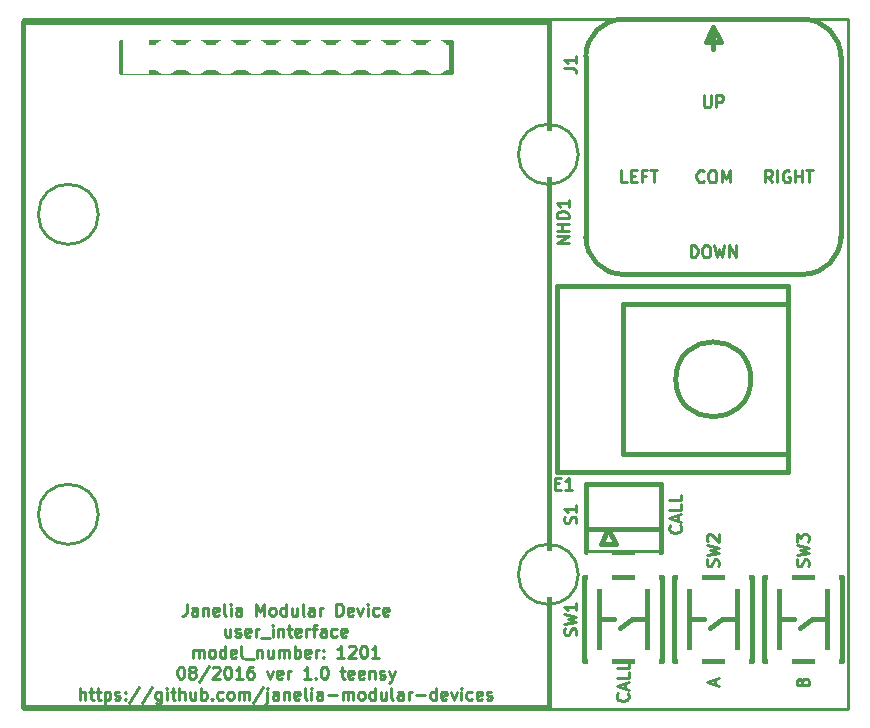
<source format=gto>
G04 #@! TF.FileFunction,Legend,Top*
%FSLAX46Y46*%
G04 Gerber Fmt 4.6, Leading zero omitted, Abs format (unit mm)*
G04 Created by KiCad (PCBNEW 4.1.0-alpha+201608211231+7083~46~ubuntu16.04.1-product) date Fri Aug 26 15:46:51 2016*
%MOMM*%
%LPD*%
G01*
G04 APERTURE LIST*
%ADD10C,0.100000*%
%ADD11C,0.254000*%
%ADD12C,0.228600*%
%ADD13C,0.381000*%
%ADD14R,2.940000X2.254200*%
%ADD15O,2.940000X2.254200*%
%ADD16C,2.940000*%
%ADD17O,2.254200X2.940000*%
%ADD18R,2.254200X2.940000*%
%ADD19C,3.956000*%
%ADD20R,1.990040X3.067000*%
%ADD21C,3.900000*%
G04 APERTURE END LIST*
D10*
D11*
X129267857Y-113338428D02*
X129316238Y-113386809D01*
X129364619Y-113531952D01*
X129364619Y-113628714D01*
X129316238Y-113773857D01*
X129219476Y-113870619D01*
X129122714Y-113919000D01*
X128929190Y-113967380D01*
X128784047Y-113967380D01*
X128590523Y-113919000D01*
X128493761Y-113870619D01*
X128397000Y-113773857D01*
X128348619Y-113628714D01*
X128348619Y-113531952D01*
X128397000Y-113386809D01*
X128445380Y-113338428D01*
X129074333Y-112951380D02*
X129074333Y-112467571D01*
X129364619Y-113048142D02*
X128348619Y-112709476D01*
X129364619Y-112370809D01*
X129364619Y-111548333D02*
X129364619Y-112032142D01*
X128348619Y-112032142D01*
X129364619Y-110725857D02*
X129364619Y-111209666D01*
X128348619Y-111209666D01*
D12*
X143510000Y-70485000D02*
X73660000Y-70485000D01*
X143510000Y-128905000D02*
X143510000Y-70485000D01*
X73660000Y-128905000D02*
X143510000Y-128905000D01*
X73660000Y-70485000D02*
X73660000Y-128905000D01*
D11*
X78467857Y-128094619D02*
X78467857Y-127078619D01*
X78903285Y-128094619D02*
X78903285Y-127562428D01*
X78854904Y-127465666D01*
X78758142Y-127417285D01*
X78613000Y-127417285D01*
X78516238Y-127465666D01*
X78467857Y-127514047D01*
X79241952Y-127417285D02*
X79629000Y-127417285D01*
X79387095Y-127078619D02*
X79387095Y-127949476D01*
X79435476Y-128046238D01*
X79532238Y-128094619D01*
X79629000Y-128094619D01*
X79822523Y-127417285D02*
X80209571Y-127417285D01*
X79967666Y-127078619D02*
X79967666Y-127949476D01*
X80016047Y-128046238D01*
X80112809Y-128094619D01*
X80209571Y-128094619D01*
X80548238Y-127417285D02*
X80548238Y-128433285D01*
X80548238Y-127465666D02*
X80645000Y-127417285D01*
X80838523Y-127417285D01*
X80935285Y-127465666D01*
X80983666Y-127514047D01*
X81032047Y-127610809D01*
X81032047Y-127901095D01*
X80983666Y-127997857D01*
X80935285Y-128046238D01*
X80838523Y-128094619D01*
X80645000Y-128094619D01*
X80548238Y-128046238D01*
X81419095Y-128046238D02*
X81515857Y-128094619D01*
X81709380Y-128094619D01*
X81806142Y-128046238D01*
X81854523Y-127949476D01*
X81854523Y-127901095D01*
X81806142Y-127804333D01*
X81709380Y-127755952D01*
X81564238Y-127755952D01*
X81467476Y-127707571D01*
X81419095Y-127610809D01*
X81419095Y-127562428D01*
X81467476Y-127465666D01*
X81564238Y-127417285D01*
X81709380Y-127417285D01*
X81806142Y-127465666D01*
X82289952Y-127997857D02*
X82338333Y-128046238D01*
X82289952Y-128094619D01*
X82241571Y-128046238D01*
X82289952Y-127997857D01*
X82289952Y-128094619D01*
X82289952Y-127465666D02*
X82338333Y-127514047D01*
X82289952Y-127562428D01*
X82241571Y-127514047D01*
X82289952Y-127465666D01*
X82289952Y-127562428D01*
X83499476Y-127030238D02*
X82628619Y-128336523D01*
X84563857Y-127030238D02*
X83693000Y-128336523D01*
X85337952Y-127417285D02*
X85337952Y-128239761D01*
X85289571Y-128336523D01*
X85241190Y-128384904D01*
X85144428Y-128433285D01*
X84999285Y-128433285D01*
X84902523Y-128384904D01*
X85337952Y-128046238D02*
X85241190Y-128094619D01*
X85047666Y-128094619D01*
X84950904Y-128046238D01*
X84902523Y-127997857D01*
X84854142Y-127901095D01*
X84854142Y-127610809D01*
X84902523Y-127514047D01*
X84950904Y-127465666D01*
X85047666Y-127417285D01*
X85241190Y-127417285D01*
X85337952Y-127465666D01*
X85821761Y-128094619D02*
X85821761Y-127417285D01*
X85821761Y-127078619D02*
X85773380Y-127127000D01*
X85821761Y-127175380D01*
X85870142Y-127127000D01*
X85821761Y-127078619D01*
X85821761Y-127175380D01*
X86160428Y-127417285D02*
X86547476Y-127417285D01*
X86305571Y-127078619D02*
X86305571Y-127949476D01*
X86353952Y-128046238D01*
X86450714Y-128094619D01*
X86547476Y-128094619D01*
X86886142Y-128094619D02*
X86886142Y-127078619D01*
X87321571Y-128094619D02*
X87321571Y-127562428D01*
X87273190Y-127465666D01*
X87176428Y-127417285D01*
X87031285Y-127417285D01*
X86934523Y-127465666D01*
X86886142Y-127514047D01*
X88240809Y-127417285D02*
X88240809Y-128094619D01*
X87805380Y-127417285D02*
X87805380Y-127949476D01*
X87853761Y-128046238D01*
X87950523Y-128094619D01*
X88095666Y-128094619D01*
X88192428Y-128046238D01*
X88240809Y-127997857D01*
X88724619Y-128094619D02*
X88724619Y-127078619D01*
X88724619Y-127465666D02*
X88821380Y-127417285D01*
X89014904Y-127417285D01*
X89111666Y-127465666D01*
X89160047Y-127514047D01*
X89208428Y-127610809D01*
X89208428Y-127901095D01*
X89160047Y-127997857D01*
X89111666Y-128046238D01*
X89014904Y-128094619D01*
X88821380Y-128094619D01*
X88724619Y-128046238D01*
X89643857Y-127997857D02*
X89692238Y-128046238D01*
X89643857Y-128094619D01*
X89595476Y-128046238D01*
X89643857Y-127997857D01*
X89643857Y-128094619D01*
X90563095Y-128046238D02*
X90466333Y-128094619D01*
X90272809Y-128094619D01*
X90176047Y-128046238D01*
X90127666Y-127997857D01*
X90079285Y-127901095D01*
X90079285Y-127610809D01*
X90127666Y-127514047D01*
X90176047Y-127465666D01*
X90272809Y-127417285D01*
X90466333Y-127417285D01*
X90563095Y-127465666D01*
X91143666Y-128094619D02*
X91046904Y-128046238D01*
X90998523Y-127997857D01*
X90950142Y-127901095D01*
X90950142Y-127610809D01*
X90998523Y-127514047D01*
X91046904Y-127465666D01*
X91143666Y-127417285D01*
X91288809Y-127417285D01*
X91385571Y-127465666D01*
X91433952Y-127514047D01*
X91482333Y-127610809D01*
X91482333Y-127901095D01*
X91433952Y-127997857D01*
X91385571Y-128046238D01*
X91288809Y-128094619D01*
X91143666Y-128094619D01*
X91917761Y-128094619D02*
X91917761Y-127417285D01*
X91917761Y-127514047D02*
X91966142Y-127465666D01*
X92062904Y-127417285D01*
X92208047Y-127417285D01*
X92304809Y-127465666D01*
X92353190Y-127562428D01*
X92353190Y-128094619D01*
X92353190Y-127562428D02*
X92401571Y-127465666D01*
X92498333Y-127417285D01*
X92643476Y-127417285D01*
X92740238Y-127465666D01*
X92788619Y-127562428D01*
X92788619Y-128094619D01*
X93998142Y-127030238D02*
X93127285Y-128336523D01*
X94336809Y-127417285D02*
X94336809Y-128288142D01*
X94288428Y-128384904D01*
X94191666Y-128433285D01*
X94143285Y-128433285D01*
X94336809Y-127078619D02*
X94288428Y-127127000D01*
X94336809Y-127175380D01*
X94385190Y-127127000D01*
X94336809Y-127078619D01*
X94336809Y-127175380D01*
X95256047Y-128094619D02*
X95256047Y-127562428D01*
X95207666Y-127465666D01*
X95110904Y-127417285D01*
X94917380Y-127417285D01*
X94820619Y-127465666D01*
X95256047Y-128046238D02*
X95159285Y-128094619D01*
X94917380Y-128094619D01*
X94820619Y-128046238D01*
X94772238Y-127949476D01*
X94772238Y-127852714D01*
X94820619Y-127755952D01*
X94917380Y-127707571D01*
X95159285Y-127707571D01*
X95256047Y-127659190D01*
X95739857Y-127417285D02*
X95739857Y-128094619D01*
X95739857Y-127514047D02*
X95788238Y-127465666D01*
X95885000Y-127417285D01*
X96030142Y-127417285D01*
X96126904Y-127465666D01*
X96175285Y-127562428D01*
X96175285Y-128094619D01*
X97046142Y-128046238D02*
X96949380Y-128094619D01*
X96755857Y-128094619D01*
X96659095Y-128046238D01*
X96610714Y-127949476D01*
X96610714Y-127562428D01*
X96659095Y-127465666D01*
X96755857Y-127417285D01*
X96949380Y-127417285D01*
X97046142Y-127465666D01*
X97094523Y-127562428D01*
X97094523Y-127659190D01*
X96610714Y-127755952D01*
X97675095Y-128094619D02*
X97578333Y-128046238D01*
X97529952Y-127949476D01*
X97529952Y-127078619D01*
X98062142Y-128094619D02*
X98062142Y-127417285D01*
X98062142Y-127078619D02*
X98013761Y-127127000D01*
X98062142Y-127175380D01*
X98110523Y-127127000D01*
X98062142Y-127078619D01*
X98062142Y-127175380D01*
X98981380Y-128094619D02*
X98981380Y-127562428D01*
X98933000Y-127465666D01*
X98836238Y-127417285D01*
X98642714Y-127417285D01*
X98545952Y-127465666D01*
X98981380Y-128046238D02*
X98884619Y-128094619D01*
X98642714Y-128094619D01*
X98545952Y-128046238D01*
X98497571Y-127949476D01*
X98497571Y-127852714D01*
X98545952Y-127755952D01*
X98642714Y-127707571D01*
X98884619Y-127707571D01*
X98981380Y-127659190D01*
X99465190Y-127707571D02*
X100239285Y-127707571D01*
X100723095Y-128094619D02*
X100723095Y-127417285D01*
X100723095Y-127514047D02*
X100771476Y-127465666D01*
X100868238Y-127417285D01*
X101013380Y-127417285D01*
X101110142Y-127465666D01*
X101158523Y-127562428D01*
X101158523Y-128094619D01*
X101158523Y-127562428D02*
X101206904Y-127465666D01*
X101303666Y-127417285D01*
X101448809Y-127417285D01*
X101545571Y-127465666D01*
X101593952Y-127562428D01*
X101593952Y-128094619D01*
X102222904Y-128094619D02*
X102126142Y-128046238D01*
X102077761Y-127997857D01*
X102029380Y-127901095D01*
X102029380Y-127610809D01*
X102077761Y-127514047D01*
X102126142Y-127465666D01*
X102222904Y-127417285D01*
X102368047Y-127417285D01*
X102464809Y-127465666D01*
X102513190Y-127514047D01*
X102561571Y-127610809D01*
X102561571Y-127901095D01*
X102513190Y-127997857D01*
X102464809Y-128046238D01*
X102368047Y-128094619D01*
X102222904Y-128094619D01*
X103432428Y-128094619D02*
X103432428Y-127078619D01*
X103432428Y-128046238D02*
X103335666Y-128094619D01*
X103142142Y-128094619D01*
X103045380Y-128046238D01*
X102997000Y-127997857D01*
X102948619Y-127901095D01*
X102948619Y-127610809D01*
X102997000Y-127514047D01*
X103045380Y-127465666D01*
X103142142Y-127417285D01*
X103335666Y-127417285D01*
X103432428Y-127465666D01*
X104351666Y-127417285D02*
X104351666Y-128094619D01*
X103916238Y-127417285D02*
X103916238Y-127949476D01*
X103964619Y-128046238D01*
X104061380Y-128094619D01*
X104206523Y-128094619D01*
X104303285Y-128046238D01*
X104351666Y-127997857D01*
X104980619Y-128094619D02*
X104883857Y-128046238D01*
X104835476Y-127949476D01*
X104835476Y-127078619D01*
X105803095Y-128094619D02*
X105803095Y-127562428D01*
X105754714Y-127465666D01*
X105657952Y-127417285D01*
X105464428Y-127417285D01*
X105367666Y-127465666D01*
X105803095Y-128046238D02*
X105706333Y-128094619D01*
X105464428Y-128094619D01*
X105367666Y-128046238D01*
X105319285Y-127949476D01*
X105319285Y-127852714D01*
X105367666Y-127755952D01*
X105464428Y-127707571D01*
X105706333Y-127707571D01*
X105803095Y-127659190D01*
X106286904Y-128094619D02*
X106286904Y-127417285D01*
X106286904Y-127610809D02*
X106335285Y-127514047D01*
X106383666Y-127465666D01*
X106480428Y-127417285D01*
X106577190Y-127417285D01*
X106915857Y-127707571D02*
X107689952Y-127707571D01*
X108609190Y-128094619D02*
X108609190Y-127078619D01*
X108609190Y-128046238D02*
X108512428Y-128094619D01*
X108318904Y-128094619D01*
X108222142Y-128046238D01*
X108173761Y-127997857D01*
X108125380Y-127901095D01*
X108125380Y-127610809D01*
X108173761Y-127514047D01*
X108222142Y-127465666D01*
X108318904Y-127417285D01*
X108512428Y-127417285D01*
X108609190Y-127465666D01*
X109480047Y-128046238D02*
X109383285Y-128094619D01*
X109189761Y-128094619D01*
X109093000Y-128046238D01*
X109044619Y-127949476D01*
X109044619Y-127562428D01*
X109093000Y-127465666D01*
X109189761Y-127417285D01*
X109383285Y-127417285D01*
X109480047Y-127465666D01*
X109528428Y-127562428D01*
X109528428Y-127659190D01*
X109044619Y-127755952D01*
X109867095Y-127417285D02*
X110109000Y-128094619D01*
X110350904Y-127417285D01*
X110737952Y-128094619D02*
X110737952Y-127417285D01*
X110737952Y-127078619D02*
X110689571Y-127127000D01*
X110737952Y-127175380D01*
X110786333Y-127127000D01*
X110737952Y-127078619D01*
X110737952Y-127175380D01*
X111657190Y-128046238D02*
X111560428Y-128094619D01*
X111366904Y-128094619D01*
X111270142Y-128046238D01*
X111221761Y-127997857D01*
X111173380Y-127901095D01*
X111173380Y-127610809D01*
X111221761Y-127514047D01*
X111270142Y-127465666D01*
X111366904Y-127417285D01*
X111560428Y-127417285D01*
X111657190Y-127465666D01*
X112479666Y-128046238D02*
X112382904Y-128094619D01*
X112189380Y-128094619D01*
X112092619Y-128046238D01*
X112044238Y-127949476D01*
X112044238Y-127562428D01*
X112092619Y-127465666D01*
X112189380Y-127417285D01*
X112382904Y-127417285D01*
X112479666Y-127465666D01*
X112528047Y-127562428D01*
X112528047Y-127659190D01*
X112044238Y-127755952D01*
X112915095Y-128046238D02*
X113011857Y-128094619D01*
X113205380Y-128094619D01*
X113302142Y-128046238D01*
X113350523Y-127949476D01*
X113350523Y-127901095D01*
X113302142Y-127804333D01*
X113205380Y-127755952D01*
X113060238Y-127755952D01*
X112963476Y-127707571D01*
X112915095Y-127610809D01*
X112915095Y-127562428D01*
X112963476Y-127465666D01*
X113060238Y-127417285D01*
X113205380Y-127417285D01*
X113302142Y-127465666D01*
X87490904Y-119966619D02*
X87490904Y-120692333D01*
X87442523Y-120837476D01*
X87345761Y-120934238D01*
X87200619Y-120982619D01*
X87103857Y-120982619D01*
X88410142Y-120982619D02*
X88410142Y-120450428D01*
X88361761Y-120353666D01*
X88265000Y-120305285D01*
X88071476Y-120305285D01*
X87974714Y-120353666D01*
X88410142Y-120934238D02*
X88313380Y-120982619D01*
X88071476Y-120982619D01*
X87974714Y-120934238D01*
X87926333Y-120837476D01*
X87926333Y-120740714D01*
X87974714Y-120643952D01*
X88071476Y-120595571D01*
X88313380Y-120595571D01*
X88410142Y-120547190D01*
X88893952Y-120305285D02*
X88893952Y-120982619D01*
X88893952Y-120402047D02*
X88942333Y-120353666D01*
X89039095Y-120305285D01*
X89184238Y-120305285D01*
X89281000Y-120353666D01*
X89329380Y-120450428D01*
X89329380Y-120982619D01*
X90200238Y-120934238D02*
X90103476Y-120982619D01*
X89909952Y-120982619D01*
X89813190Y-120934238D01*
X89764809Y-120837476D01*
X89764809Y-120450428D01*
X89813190Y-120353666D01*
X89909952Y-120305285D01*
X90103476Y-120305285D01*
X90200238Y-120353666D01*
X90248619Y-120450428D01*
X90248619Y-120547190D01*
X89764809Y-120643952D01*
X90829190Y-120982619D02*
X90732428Y-120934238D01*
X90684047Y-120837476D01*
X90684047Y-119966619D01*
X91216238Y-120982619D02*
X91216238Y-120305285D01*
X91216238Y-119966619D02*
X91167857Y-120015000D01*
X91216238Y-120063380D01*
X91264619Y-120015000D01*
X91216238Y-119966619D01*
X91216238Y-120063380D01*
X92135476Y-120982619D02*
X92135476Y-120450428D01*
X92087095Y-120353666D01*
X91990333Y-120305285D01*
X91796809Y-120305285D01*
X91700047Y-120353666D01*
X92135476Y-120934238D02*
X92038714Y-120982619D01*
X91796809Y-120982619D01*
X91700047Y-120934238D01*
X91651666Y-120837476D01*
X91651666Y-120740714D01*
X91700047Y-120643952D01*
X91796809Y-120595571D01*
X92038714Y-120595571D01*
X92135476Y-120547190D01*
X93393380Y-120982619D02*
X93393380Y-119966619D01*
X93732047Y-120692333D01*
X94070714Y-119966619D01*
X94070714Y-120982619D01*
X94699666Y-120982619D02*
X94602904Y-120934238D01*
X94554523Y-120885857D01*
X94506142Y-120789095D01*
X94506142Y-120498809D01*
X94554523Y-120402047D01*
X94602904Y-120353666D01*
X94699666Y-120305285D01*
X94844809Y-120305285D01*
X94941571Y-120353666D01*
X94989952Y-120402047D01*
X95038333Y-120498809D01*
X95038333Y-120789095D01*
X94989952Y-120885857D01*
X94941571Y-120934238D01*
X94844809Y-120982619D01*
X94699666Y-120982619D01*
X95909190Y-120982619D02*
X95909190Y-119966619D01*
X95909190Y-120934238D02*
X95812428Y-120982619D01*
X95618904Y-120982619D01*
X95522142Y-120934238D01*
X95473761Y-120885857D01*
X95425380Y-120789095D01*
X95425380Y-120498809D01*
X95473761Y-120402047D01*
X95522142Y-120353666D01*
X95618904Y-120305285D01*
X95812428Y-120305285D01*
X95909190Y-120353666D01*
X96828428Y-120305285D02*
X96828428Y-120982619D01*
X96393000Y-120305285D02*
X96393000Y-120837476D01*
X96441380Y-120934238D01*
X96538142Y-120982619D01*
X96683285Y-120982619D01*
X96780047Y-120934238D01*
X96828428Y-120885857D01*
X97457380Y-120982619D02*
X97360619Y-120934238D01*
X97312238Y-120837476D01*
X97312238Y-119966619D01*
X98279857Y-120982619D02*
X98279857Y-120450428D01*
X98231476Y-120353666D01*
X98134714Y-120305285D01*
X97941190Y-120305285D01*
X97844428Y-120353666D01*
X98279857Y-120934238D02*
X98183095Y-120982619D01*
X97941190Y-120982619D01*
X97844428Y-120934238D01*
X97796047Y-120837476D01*
X97796047Y-120740714D01*
X97844428Y-120643952D01*
X97941190Y-120595571D01*
X98183095Y-120595571D01*
X98279857Y-120547190D01*
X98763666Y-120982619D02*
X98763666Y-120305285D01*
X98763666Y-120498809D02*
X98812047Y-120402047D01*
X98860428Y-120353666D01*
X98957190Y-120305285D01*
X99053952Y-120305285D01*
X100166714Y-120982619D02*
X100166714Y-119966619D01*
X100408619Y-119966619D01*
X100553761Y-120015000D01*
X100650523Y-120111761D01*
X100698904Y-120208523D01*
X100747285Y-120402047D01*
X100747285Y-120547190D01*
X100698904Y-120740714D01*
X100650523Y-120837476D01*
X100553761Y-120934238D01*
X100408619Y-120982619D01*
X100166714Y-120982619D01*
X101569761Y-120934238D02*
X101473000Y-120982619D01*
X101279476Y-120982619D01*
X101182714Y-120934238D01*
X101134333Y-120837476D01*
X101134333Y-120450428D01*
X101182714Y-120353666D01*
X101279476Y-120305285D01*
X101473000Y-120305285D01*
X101569761Y-120353666D01*
X101618142Y-120450428D01*
X101618142Y-120547190D01*
X101134333Y-120643952D01*
X101956809Y-120305285D02*
X102198714Y-120982619D01*
X102440619Y-120305285D01*
X102827666Y-120982619D02*
X102827666Y-120305285D01*
X102827666Y-119966619D02*
X102779285Y-120015000D01*
X102827666Y-120063380D01*
X102876047Y-120015000D01*
X102827666Y-119966619D01*
X102827666Y-120063380D01*
X103746904Y-120934238D02*
X103650142Y-120982619D01*
X103456619Y-120982619D01*
X103359857Y-120934238D01*
X103311476Y-120885857D01*
X103263095Y-120789095D01*
X103263095Y-120498809D01*
X103311476Y-120402047D01*
X103359857Y-120353666D01*
X103456619Y-120305285D01*
X103650142Y-120305285D01*
X103746904Y-120353666D01*
X104569380Y-120934238D02*
X104472619Y-120982619D01*
X104279095Y-120982619D01*
X104182333Y-120934238D01*
X104133952Y-120837476D01*
X104133952Y-120450428D01*
X104182333Y-120353666D01*
X104279095Y-120305285D01*
X104472619Y-120305285D01*
X104569380Y-120353666D01*
X104617761Y-120450428D01*
X104617761Y-120547190D01*
X104133952Y-120643952D01*
X91192047Y-122083285D02*
X91192047Y-122760619D01*
X90756619Y-122083285D02*
X90756619Y-122615476D01*
X90805000Y-122712238D01*
X90901761Y-122760619D01*
X91046904Y-122760619D01*
X91143666Y-122712238D01*
X91192047Y-122663857D01*
X91627476Y-122712238D02*
X91724238Y-122760619D01*
X91917761Y-122760619D01*
X92014523Y-122712238D01*
X92062904Y-122615476D01*
X92062904Y-122567095D01*
X92014523Y-122470333D01*
X91917761Y-122421952D01*
X91772619Y-122421952D01*
X91675857Y-122373571D01*
X91627476Y-122276809D01*
X91627476Y-122228428D01*
X91675857Y-122131666D01*
X91772619Y-122083285D01*
X91917761Y-122083285D01*
X92014523Y-122131666D01*
X92885380Y-122712238D02*
X92788619Y-122760619D01*
X92595095Y-122760619D01*
X92498333Y-122712238D01*
X92449952Y-122615476D01*
X92449952Y-122228428D01*
X92498333Y-122131666D01*
X92595095Y-122083285D01*
X92788619Y-122083285D01*
X92885380Y-122131666D01*
X92933761Y-122228428D01*
X92933761Y-122325190D01*
X92449952Y-122421952D01*
X93369190Y-122760619D02*
X93369190Y-122083285D01*
X93369190Y-122276809D02*
X93417571Y-122180047D01*
X93465952Y-122131666D01*
X93562714Y-122083285D01*
X93659476Y-122083285D01*
X93756238Y-122857380D02*
X94530333Y-122857380D01*
X94772238Y-122760619D02*
X94772238Y-122083285D01*
X94772238Y-121744619D02*
X94723857Y-121793000D01*
X94772238Y-121841380D01*
X94820619Y-121793000D01*
X94772238Y-121744619D01*
X94772238Y-121841380D01*
X95256047Y-122083285D02*
X95256047Y-122760619D01*
X95256047Y-122180047D02*
X95304428Y-122131666D01*
X95401190Y-122083285D01*
X95546333Y-122083285D01*
X95643095Y-122131666D01*
X95691476Y-122228428D01*
X95691476Y-122760619D01*
X96030142Y-122083285D02*
X96417190Y-122083285D01*
X96175285Y-121744619D02*
X96175285Y-122615476D01*
X96223666Y-122712238D01*
X96320428Y-122760619D01*
X96417190Y-122760619D01*
X97142904Y-122712238D02*
X97046142Y-122760619D01*
X96852619Y-122760619D01*
X96755857Y-122712238D01*
X96707476Y-122615476D01*
X96707476Y-122228428D01*
X96755857Y-122131666D01*
X96852619Y-122083285D01*
X97046142Y-122083285D01*
X97142904Y-122131666D01*
X97191285Y-122228428D01*
X97191285Y-122325190D01*
X96707476Y-122421952D01*
X97626714Y-122760619D02*
X97626714Y-122083285D01*
X97626714Y-122276809D02*
X97675095Y-122180047D01*
X97723476Y-122131666D01*
X97820238Y-122083285D01*
X97917000Y-122083285D01*
X98110523Y-122083285D02*
X98497571Y-122083285D01*
X98255666Y-122760619D02*
X98255666Y-121889761D01*
X98304047Y-121793000D01*
X98400809Y-121744619D01*
X98497571Y-121744619D01*
X99271666Y-122760619D02*
X99271666Y-122228428D01*
X99223285Y-122131666D01*
X99126523Y-122083285D01*
X98933000Y-122083285D01*
X98836238Y-122131666D01*
X99271666Y-122712238D02*
X99174904Y-122760619D01*
X98933000Y-122760619D01*
X98836238Y-122712238D01*
X98787857Y-122615476D01*
X98787857Y-122518714D01*
X98836238Y-122421952D01*
X98933000Y-122373571D01*
X99174904Y-122373571D01*
X99271666Y-122325190D01*
X100190904Y-122712238D02*
X100094142Y-122760619D01*
X99900619Y-122760619D01*
X99803857Y-122712238D01*
X99755476Y-122663857D01*
X99707095Y-122567095D01*
X99707095Y-122276809D01*
X99755476Y-122180047D01*
X99803857Y-122131666D01*
X99900619Y-122083285D01*
X100094142Y-122083285D01*
X100190904Y-122131666D01*
X101013380Y-122712238D02*
X100916619Y-122760619D01*
X100723095Y-122760619D01*
X100626333Y-122712238D01*
X100577952Y-122615476D01*
X100577952Y-122228428D01*
X100626333Y-122131666D01*
X100723095Y-122083285D01*
X100916619Y-122083285D01*
X101013380Y-122131666D01*
X101061761Y-122228428D01*
X101061761Y-122325190D01*
X100577952Y-122421952D01*
X88071476Y-124538619D02*
X88071476Y-123861285D01*
X88071476Y-123958047D02*
X88119857Y-123909666D01*
X88216619Y-123861285D01*
X88361761Y-123861285D01*
X88458523Y-123909666D01*
X88506904Y-124006428D01*
X88506904Y-124538619D01*
X88506904Y-124006428D02*
X88555285Y-123909666D01*
X88652047Y-123861285D01*
X88797190Y-123861285D01*
X88893952Y-123909666D01*
X88942333Y-124006428D01*
X88942333Y-124538619D01*
X89571285Y-124538619D02*
X89474523Y-124490238D01*
X89426142Y-124441857D01*
X89377761Y-124345095D01*
X89377761Y-124054809D01*
X89426142Y-123958047D01*
X89474523Y-123909666D01*
X89571285Y-123861285D01*
X89716428Y-123861285D01*
X89813190Y-123909666D01*
X89861571Y-123958047D01*
X89909952Y-124054809D01*
X89909952Y-124345095D01*
X89861571Y-124441857D01*
X89813190Y-124490238D01*
X89716428Y-124538619D01*
X89571285Y-124538619D01*
X90780809Y-124538619D02*
X90780809Y-123522619D01*
X90780809Y-124490238D02*
X90684047Y-124538619D01*
X90490523Y-124538619D01*
X90393761Y-124490238D01*
X90345380Y-124441857D01*
X90297000Y-124345095D01*
X90297000Y-124054809D01*
X90345380Y-123958047D01*
X90393761Y-123909666D01*
X90490523Y-123861285D01*
X90684047Y-123861285D01*
X90780809Y-123909666D01*
X91651666Y-124490238D02*
X91554904Y-124538619D01*
X91361380Y-124538619D01*
X91264619Y-124490238D01*
X91216238Y-124393476D01*
X91216238Y-124006428D01*
X91264619Y-123909666D01*
X91361380Y-123861285D01*
X91554904Y-123861285D01*
X91651666Y-123909666D01*
X91700047Y-124006428D01*
X91700047Y-124103190D01*
X91216238Y-124199952D01*
X92280619Y-124538619D02*
X92183857Y-124490238D01*
X92135476Y-124393476D01*
X92135476Y-123522619D01*
X92425761Y-124635380D02*
X93199857Y-124635380D01*
X93441761Y-123861285D02*
X93441761Y-124538619D01*
X93441761Y-123958047D02*
X93490142Y-123909666D01*
X93586904Y-123861285D01*
X93732047Y-123861285D01*
X93828809Y-123909666D01*
X93877190Y-124006428D01*
X93877190Y-124538619D01*
X94796428Y-123861285D02*
X94796428Y-124538619D01*
X94361000Y-123861285D02*
X94361000Y-124393476D01*
X94409380Y-124490238D01*
X94506142Y-124538619D01*
X94651285Y-124538619D01*
X94748047Y-124490238D01*
X94796428Y-124441857D01*
X95280238Y-124538619D02*
X95280238Y-123861285D01*
X95280238Y-123958047D02*
X95328619Y-123909666D01*
X95425380Y-123861285D01*
X95570523Y-123861285D01*
X95667285Y-123909666D01*
X95715666Y-124006428D01*
X95715666Y-124538619D01*
X95715666Y-124006428D02*
X95764047Y-123909666D01*
X95860809Y-123861285D01*
X96005952Y-123861285D01*
X96102714Y-123909666D01*
X96151095Y-124006428D01*
X96151095Y-124538619D01*
X96634904Y-124538619D02*
X96634904Y-123522619D01*
X96634904Y-123909666D02*
X96731666Y-123861285D01*
X96925190Y-123861285D01*
X97021952Y-123909666D01*
X97070333Y-123958047D01*
X97118714Y-124054809D01*
X97118714Y-124345095D01*
X97070333Y-124441857D01*
X97021952Y-124490238D01*
X96925190Y-124538619D01*
X96731666Y-124538619D01*
X96634904Y-124490238D01*
X97941190Y-124490238D02*
X97844428Y-124538619D01*
X97650904Y-124538619D01*
X97554142Y-124490238D01*
X97505761Y-124393476D01*
X97505761Y-124006428D01*
X97554142Y-123909666D01*
X97650904Y-123861285D01*
X97844428Y-123861285D01*
X97941190Y-123909666D01*
X97989571Y-124006428D01*
X97989571Y-124103190D01*
X97505761Y-124199952D01*
X98425000Y-124538619D02*
X98425000Y-123861285D01*
X98425000Y-124054809D02*
X98473380Y-123958047D01*
X98521761Y-123909666D01*
X98618523Y-123861285D01*
X98715285Y-123861285D01*
X99053952Y-124441857D02*
X99102333Y-124490238D01*
X99053952Y-124538619D01*
X99005571Y-124490238D01*
X99053952Y-124441857D01*
X99053952Y-124538619D01*
X99053952Y-123909666D02*
X99102333Y-123958047D01*
X99053952Y-124006428D01*
X99005571Y-123958047D01*
X99053952Y-123909666D01*
X99053952Y-124006428D01*
X100844047Y-124538619D02*
X100263476Y-124538619D01*
X100553761Y-124538619D02*
X100553761Y-123522619D01*
X100457000Y-123667761D01*
X100360238Y-123764523D01*
X100263476Y-123812904D01*
X101231095Y-123619380D02*
X101279476Y-123571000D01*
X101376238Y-123522619D01*
X101618142Y-123522619D01*
X101714904Y-123571000D01*
X101763285Y-123619380D01*
X101811666Y-123716142D01*
X101811666Y-123812904D01*
X101763285Y-123958047D01*
X101182714Y-124538619D01*
X101811666Y-124538619D01*
X102440619Y-123522619D02*
X102537380Y-123522619D01*
X102634142Y-123571000D01*
X102682523Y-123619380D01*
X102730904Y-123716142D01*
X102779285Y-123909666D01*
X102779285Y-124151571D01*
X102730904Y-124345095D01*
X102682523Y-124441857D01*
X102634142Y-124490238D01*
X102537380Y-124538619D01*
X102440619Y-124538619D01*
X102343857Y-124490238D01*
X102295476Y-124441857D01*
X102247095Y-124345095D01*
X102198714Y-124151571D01*
X102198714Y-123909666D01*
X102247095Y-123716142D01*
X102295476Y-123619380D01*
X102343857Y-123571000D01*
X102440619Y-123522619D01*
X103746904Y-124538619D02*
X103166333Y-124538619D01*
X103456619Y-124538619D02*
X103456619Y-123522619D01*
X103359857Y-123667761D01*
X103263095Y-123764523D01*
X103166333Y-123812904D01*
X86958714Y-125300619D02*
X87055476Y-125300619D01*
X87152238Y-125349000D01*
X87200619Y-125397380D01*
X87249000Y-125494142D01*
X87297380Y-125687666D01*
X87297380Y-125929571D01*
X87249000Y-126123095D01*
X87200619Y-126219857D01*
X87152238Y-126268238D01*
X87055476Y-126316619D01*
X86958714Y-126316619D01*
X86861952Y-126268238D01*
X86813571Y-126219857D01*
X86765190Y-126123095D01*
X86716809Y-125929571D01*
X86716809Y-125687666D01*
X86765190Y-125494142D01*
X86813571Y-125397380D01*
X86861952Y-125349000D01*
X86958714Y-125300619D01*
X87877952Y-125736047D02*
X87781190Y-125687666D01*
X87732809Y-125639285D01*
X87684428Y-125542523D01*
X87684428Y-125494142D01*
X87732809Y-125397380D01*
X87781190Y-125349000D01*
X87877952Y-125300619D01*
X88071476Y-125300619D01*
X88168238Y-125349000D01*
X88216619Y-125397380D01*
X88265000Y-125494142D01*
X88265000Y-125542523D01*
X88216619Y-125639285D01*
X88168238Y-125687666D01*
X88071476Y-125736047D01*
X87877952Y-125736047D01*
X87781190Y-125784428D01*
X87732809Y-125832809D01*
X87684428Y-125929571D01*
X87684428Y-126123095D01*
X87732809Y-126219857D01*
X87781190Y-126268238D01*
X87877952Y-126316619D01*
X88071476Y-126316619D01*
X88168238Y-126268238D01*
X88216619Y-126219857D01*
X88265000Y-126123095D01*
X88265000Y-125929571D01*
X88216619Y-125832809D01*
X88168238Y-125784428D01*
X88071476Y-125736047D01*
X89426142Y-125252238D02*
X88555285Y-126558523D01*
X89716428Y-125397380D02*
X89764809Y-125349000D01*
X89861571Y-125300619D01*
X90103476Y-125300619D01*
X90200238Y-125349000D01*
X90248619Y-125397380D01*
X90297000Y-125494142D01*
X90297000Y-125590904D01*
X90248619Y-125736047D01*
X89668047Y-126316619D01*
X90297000Y-126316619D01*
X90925952Y-125300619D02*
X91022714Y-125300619D01*
X91119476Y-125349000D01*
X91167857Y-125397380D01*
X91216238Y-125494142D01*
X91264619Y-125687666D01*
X91264619Y-125929571D01*
X91216238Y-126123095D01*
X91167857Y-126219857D01*
X91119476Y-126268238D01*
X91022714Y-126316619D01*
X90925952Y-126316619D01*
X90829190Y-126268238D01*
X90780809Y-126219857D01*
X90732428Y-126123095D01*
X90684047Y-125929571D01*
X90684047Y-125687666D01*
X90732428Y-125494142D01*
X90780809Y-125397380D01*
X90829190Y-125349000D01*
X90925952Y-125300619D01*
X92232238Y-126316619D02*
X91651666Y-126316619D01*
X91941952Y-126316619D02*
X91941952Y-125300619D01*
X91845190Y-125445761D01*
X91748428Y-125542523D01*
X91651666Y-125590904D01*
X93103095Y-125300619D02*
X92909571Y-125300619D01*
X92812809Y-125349000D01*
X92764428Y-125397380D01*
X92667666Y-125542523D01*
X92619285Y-125736047D01*
X92619285Y-126123095D01*
X92667666Y-126219857D01*
X92716047Y-126268238D01*
X92812809Y-126316619D01*
X93006333Y-126316619D01*
X93103095Y-126268238D01*
X93151476Y-126219857D01*
X93199857Y-126123095D01*
X93199857Y-125881190D01*
X93151476Y-125784428D01*
X93103095Y-125736047D01*
X93006333Y-125687666D01*
X92812809Y-125687666D01*
X92716047Y-125736047D01*
X92667666Y-125784428D01*
X92619285Y-125881190D01*
X94312619Y-125639285D02*
X94554523Y-126316619D01*
X94796428Y-125639285D01*
X95570523Y-126268238D02*
X95473761Y-126316619D01*
X95280238Y-126316619D01*
X95183476Y-126268238D01*
X95135095Y-126171476D01*
X95135095Y-125784428D01*
X95183476Y-125687666D01*
X95280238Y-125639285D01*
X95473761Y-125639285D01*
X95570523Y-125687666D01*
X95618904Y-125784428D01*
X95618904Y-125881190D01*
X95135095Y-125977952D01*
X96054333Y-126316619D02*
X96054333Y-125639285D01*
X96054333Y-125832809D02*
X96102714Y-125736047D01*
X96151095Y-125687666D01*
X96247857Y-125639285D01*
X96344619Y-125639285D01*
X97989571Y-126316619D02*
X97409000Y-126316619D01*
X97699285Y-126316619D02*
X97699285Y-125300619D01*
X97602523Y-125445761D01*
X97505761Y-125542523D01*
X97409000Y-125590904D01*
X98425000Y-126219857D02*
X98473380Y-126268238D01*
X98425000Y-126316619D01*
X98376619Y-126268238D01*
X98425000Y-126219857D01*
X98425000Y-126316619D01*
X99102333Y-125300619D02*
X99199095Y-125300619D01*
X99295857Y-125349000D01*
X99344238Y-125397380D01*
X99392619Y-125494142D01*
X99441000Y-125687666D01*
X99441000Y-125929571D01*
X99392619Y-126123095D01*
X99344238Y-126219857D01*
X99295857Y-126268238D01*
X99199095Y-126316619D01*
X99102333Y-126316619D01*
X99005571Y-126268238D01*
X98957190Y-126219857D01*
X98908809Y-126123095D01*
X98860428Y-125929571D01*
X98860428Y-125687666D01*
X98908809Y-125494142D01*
X98957190Y-125397380D01*
X99005571Y-125349000D01*
X99102333Y-125300619D01*
X100505380Y-125639285D02*
X100892428Y-125639285D01*
X100650523Y-125300619D02*
X100650523Y-126171476D01*
X100698904Y-126268238D01*
X100795666Y-126316619D01*
X100892428Y-126316619D01*
X101618142Y-126268238D02*
X101521380Y-126316619D01*
X101327857Y-126316619D01*
X101231095Y-126268238D01*
X101182714Y-126171476D01*
X101182714Y-125784428D01*
X101231095Y-125687666D01*
X101327857Y-125639285D01*
X101521380Y-125639285D01*
X101618142Y-125687666D01*
X101666523Y-125784428D01*
X101666523Y-125881190D01*
X101182714Y-125977952D01*
X102489000Y-126268238D02*
X102392238Y-126316619D01*
X102198714Y-126316619D01*
X102101952Y-126268238D01*
X102053571Y-126171476D01*
X102053571Y-125784428D01*
X102101952Y-125687666D01*
X102198714Y-125639285D01*
X102392238Y-125639285D01*
X102489000Y-125687666D01*
X102537380Y-125784428D01*
X102537380Y-125881190D01*
X102053571Y-125977952D01*
X102972809Y-125639285D02*
X102972809Y-126316619D01*
X102972809Y-125736047D02*
X103021190Y-125687666D01*
X103117952Y-125639285D01*
X103263095Y-125639285D01*
X103359857Y-125687666D01*
X103408238Y-125784428D01*
X103408238Y-126316619D01*
X103843666Y-126268238D02*
X103940428Y-126316619D01*
X104133952Y-126316619D01*
X104230714Y-126268238D01*
X104279095Y-126171476D01*
X104279095Y-126123095D01*
X104230714Y-126026333D01*
X104133952Y-125977952D01*
X103988809Y-125977952D01*
X103892047Y-125929571D01*
X103843666Y-125832809D01*
X103843666Y-125784428D01*
X103892047Y-125687666D01*
X103988809Y-125639285D01*
X104133952Y-125639285D01*
X104230714Y-125687666D01*
X104617761Y-125639285D02*
X104859666Y-126316619D01*
X105101571Y-125639285D02*
X104859666Y-126316619D01*
X104762904Y-126558523D01*
X104714523Y-126606904D01*
X104617761Y-126655285D01*
D13*
X138430000Y-108839000D02*
X118821200Y-108839000D01*
X138430000Y-93091000D02*
X118821200Y-93091000D01*
X118821200Y-93091000D02*
X118821200Y-108839000D01*
X138430000Y-94615000D02*
X124460000Y-94615000D01*
X124460000Y-94615000D02*
X124460000Y-107315000D01*
X124460000Y-107315000D02*
X138430000Y-107315000D01*
X138430000Y-108839000D02*
X138430000Y-93091000D01*
X135255000Y-100965000D02*
G75*
G03X135255000Y-100965000I-3175000J0D01*
G01*
X142875000Y-73660000D02*
G75*
G03X139700000Y-70485000I-3175000J0D01*
G01*
X139700000Y-92075000D02*
G75*
G03X142875000Y-88900000I0J3175000D01*
G01*
X121285000Y-88900000D02*
G75*
G03X124460000Y-92075000I3175000J0D01*
G01*
X124460000Y-70485000D02*
G75*
G03X121285000Y-73660000I0J-3175000D01*
G01*
X132080000Y-73025000D02*
X132080000Y-71120000D01*
X132080000Y-71120000D02*
X131445000Y-72390000D01*
X131445000Y-72390000D02*
X132715000Y-72390000D01*
X132715000Y-72390000D02*
X132080000Y-71120000D01*
X124460000Y-92075000D02*
X139700000Y-92075000D01*
X142875000Y-88900000D02*
X142875000Y-73660000D01*
X139700000Y-70485000D02*
X124460000Y-70485000D01*
X121285000Y-73660000D02*
X121285000Y-88900000D01*
D12*
X80010000Y-86995000D02*
G75*
G03X80010000Y-86995000I-2540000J0D01*
G01*
X80010000Y-112395000D02*
G75*
G03X80010000Y-112395000I-2540000J0D01*
G01*
X120650000Y-117475000D02*
G75*
G03X120650000Y-117475000I-2540000J0D01*
G01*
X120650000Y-81915000D02*
G75*
G03X120650000Y-81915000I-2540000J0D01*
G01*
D13*
X127635000Y-109855000D02*
X121285000Y-109855000D01*
X127635000Y-113665000D02*
X121285000Y-113665000D01*
X127635000Y-115570000D02*
X121285000Y-115570000D01*
X123825000Y-114935000D02*
X123190000Y-113665000D01*
X123190000Y-113665000D02*
X122555000Y-114935000D01*
X122555000Y-114935000D02*
X123825000Y-114935000D01*
X121285000Y-115570000D02*
X121285000Y-113665000D01*
X127635000Y-115570000D02*
X127635000Y-113665000D01*
X127635000Y-113665000D02*
X127635000Y-109855000D01*
X121285000Y-109855000D02*
X121285000Y-113665000D01*
X125222000Y-121285000D02*
X124206000Y-122047000D01*
X126492000Y-121285000D02*
X125222000Y-121285000D01*
X122428000Y-121285000D02*
X123698000Y-121285000D01*
X126492000Y-123825000D02*
X126492000Y-118745000D01*
X122428000Y-123825000D02*
X122428000Y-118745000D01*
X121158000Y-124841000D02*
X127762000Y-124841000D01*
X127762000Y-124841000D02*
X127762000Y-117729000D01*
X127762000Y-117729000D02*
X121158000Y-117729000D01*
X121158000Y-117729000D02*
X121158000Y-124841000D01*
X132842000Y-121285000D02*
X131826000Y-122047000D01*
X134112000Y-121285000D02*
X132842000Y-121285000D01*
X130048000Y-121285000D02*
X131318000Y-121285000D01*
X134112000Y-123825000D02*
X134112000Y-118745000D01*
X130048000Y-123825000D02*
X130048000Y-118745000D01*
X128778000Y-124841000D02*
X135382000Y-124841000D01*
X135382000Y-124841000D02*
X135382000Y-117729000D01*
X135382000Y-117729000D02*
X128778000Y-117729000D01*
X128778000Y-117729000D02*
X128778000Y-124841000D01*
X140462000Y-121285000D02*
X139446000Y-122047000D01*
X141732000Y-121285000D02*
X140462000Y-121285000D01*
X137668000Y-121285000D02*
X138938000Y-121285000D01*
X141732000Y-123825000D02*
X141732000Y-118745000D01*
X137668000Y-123825000D02*
X137668000Y-118745000D01*
X136398000Y-124841000D02*
X143002000Y-124841000D01*
X143002000Y-124841000D02*
X143002000Y-117729000D01*
X143002000Y-117729000D02*
X136398000Y-117729000D01*
X136398000Y-117729000D02*
X136398000Y-124841000D01*
X81915000Y-72425000D02*
X81915000Y-74965000D01*
X81915000Y-74965000D02*
X109855000Y-74965000D01*
X109855000Y-74965000D02*
X109855000Y-72425000D01*
X109855000Y-72425000D02*
X81915000Y-72425000D01*
X73635000Y-70695000D02*
X118135000Y-70695000D01*
X118135000Y-128695000D02*
X118135000Y-70695000D01*
X73635000Y-128695000D02*
X118135000Y-128695000D01*
X73635000Y-70695000D02*
X73635000Y-128695000D01*
D11*
X118678476Y-109782428D02*
X119017142Y-109782428D01*
X119162285Y-110314619D02*
X118678476Y-110314619D01*
X118678476Y-109298619D01*
X119162285Y-109298619D01*
X120129904Y-110314619D02*
X119549333Y-110314619D01*
X119839619Y-110314619D02*
X119839619Y-109298619D01*
X119742857Y-109443761D01*
X119646095Y-109540523D01*
X119549333Y-109588904D01*
X119458619Y-74633666D02*
X120184333Y-74633666D01*
X120329476Y-74682047D01*
X120426238Y-74778809D01*
X120474619Y-74923952D01*
X120474619Y-75020714D01*
X120474619Y-73617666D02*
X120474619Y-74198238D01*
X120474619Y-73907952D02*
X119458619Y-73907952D01*
X119603761Y-74004714D01*
X119700523Y-74101476D01*
X119748904Y-74198238D01*
X131281714Y-84182857D02*
X131233333Y-84231238D01*
X131088190Y-84279619D01*
X130991428Y-84279619D01*
X130846285Y-84231238D01*
X130749523Y-84134476D01*
X130701142Y-84037714D01*
X130652761Y-83844190D01*
X130652761Y-83699047D01*
X130701142Y-83505523D01*
X130749523Y-83408761D01*
X130846285Y-83312000D01*
X130991428Y-83263619D01*
X131088190Y-83263619D01*
X131233333Y-83312000D01*
X131281714Y-83360380D01*
X131910666Y-83263619D02*
X132104190Y-83263619D01*
X132200952Y-83312000D01*
X132297714Y-83408761D01*
X132346095Y-83602285D01*
X132346095Y-83940952D01*
X132297714Y-84134476D01*
X132200952Y-84231238D01*
X132104190Y-84279619D01*
X131910666Y-84279619D01*
X131813904Y-84231238D01*
X131717142Y-84134476D01*
X131668761Y-83940952D01*
X131668761Y-83602285D01*
X131717142Y-83408761D01*
X131813904Y-83312000D01*
X131910666Y-83263619D01*
X132781523Y-84279619D02*
X132781523Y-83263619D01*
X133120190Y-83989333D01*
X133458857Y-83263619D01*
X133458857Y-84279619D01*
X137075333Y-84279619D02*
X136736666Y-83795809D01*
X136494761Y-84279619D02*
X136494761Y-83263619D01*
X136881809Y-83263619D01*
X136978571Y-83312000D01*
X137026952Y-83360380D01*
X137075333Y-83457142D01*
X137075333Y-83602285D01*
X137026952Y-83699047D01*
X136978571Y-83747428D01*
X136881809Y-83795809D01*
X136494761Y-83795809D01*
X137510761Y-84279619D02*
X137510761Y-83263619D01*
X138526761Y-83312000D02*
X138430000Y-83263619D01*
X138284857Y-83263619D01*
X138139714Y-83312000D01*
X138042952Y-83408761D01*
X137994571Y-83505523D01*
X137946190Y-83699047D01*
X137946190Y-83844190D01*
X137994571Y-84037714D01*
X138042952Y-84134476D01*
X138139714Y-84231238D01*
X138284857Y-84279619D01*
X138381619Y-84279619D01*
X138526761Y-84231238D01*
X138575142Y-84182857D01*
X138575142Y-83844190D01*
X138381619Y-83844190D01*
X139010571Y-84279619D02*
X139010571Y-83263619D01*
X139010571Y-83747428D02*
X139591142Y-83747428D01*
X139591142Y-84279619D02*
X139591142Y-83263619D01*
X139929809Y-83263619D02*
X140510380Y-83263619D01*
X140220095Y-84279619D02*
X140220095Y-83263619D01*
X124762380Y-84279619D02*
X124278571Y-84279619D01*
X124278571Y-83263619D01*
X125101047Y-83747428D02*
X125439714Y-83747428D01*
X125584857Y-84279619D02*
X125101047Y-84279619D01*
X125101047Y-83263619D01*
X125584857Y-83263619D01*
X126358952Y-83747428D02*
X126020285Y-83747428D01*
X126020285Y-84279619D02*
X126020285Y-83263619D01*
X126504095Y-83263619D01*
X126746000Y-83263619D02*
X127326571Y-83263619D01*
X127036285Y-84279619D02*
X127036285Y-83263619D01*
X130168952Y-90629619D02*
X130168952Y-89613619D01*
X130410857Y-89613619D01*
X130556000Y-89662000D01*
X130652761Y-89758761D01*
X130701142Y-89855523D01*
X130749523Y-90049047D01*
X130749523Y-90194190D01*
X130701142Y-90387714D01*
X130652761Y-90484476D01*
X130556000Y-90581238D01*
X130410857Y-90629619D01*
X130168952Y-90629619D01*
X131378476Y-89613619D02*
X131572000Y-89613619D01*
X131668761Y-89662000D01*
X131765523Y-89758761D01*
X131813904Y-89952285D01*
X131813904Y-90290952D01*
X131765523Y-90484476D01*
X131668761Y-90581238D01*
X131572000Y-90629619D01*
X131378476Y-90629619D01*
X131281714Y-90581238D01*
X131184952Y-90484476D01*
X131136571Y-90290952D01*
X131136571Y-89952285D01*
X131184952Y-89758761D01*
X131281714Y-89662000D01*
X131378476Y-89613619D01*
X132152571Y-89613619D02*
X132394476Y-90629619D01*
X132588000Y-89903904D01*
X132781523Y-90629619D01*
X133023428Y-89613619D01*
X133410476Y-90629619D02*
X133410476Y-89613619D01*
X133991047Y-90629619D01*
X133991047Y-89613619D01*
X131281714Y-76913619D02*
X131281714Y-77736095D01*
X131330095Y-77832857D01*
X131378476Y-77881238D01*
X131475238Y-77929619D01*
X131668761Y-77929619D01*
X131765523Y-77881238D01*
X131813904Y-77832857D01*
X131862285Y-77736095D01*
X131862285Y-76913619D01*
X132346095Y-77929619D02*
X132346095Y-76913619D01*
X132733142Y-76913619D01*
X132829904Y-76962000D01*
X132878285Y-77010380D01*
X132926666Y-77107142D01*
X132926666Y-77252285D01*
X132878285Y-77349047D01*
X132829904Y-77397428D01*
X132733142Y-77445809D01*
X132346095Y-77445809D01*
X120426238Y-113169095D02*
X120474619Y-113023952D01*
X120474619Y-112782047D01*
X120426238Y-112685285D01*
X120377857Y-112636904D01*
X120281095Y-112588523D01*
X120184333Y-112588523D01*
X120087571Y-112636904D01*
X120039190Y-112685285D01*
X119990809Y-112782047D01*
X119942428Y-112975571D01*
X119894047Y-113072333D01*
X119845666Y-113120714D01*
X119748904Y-113169095D01*
X119652142Y-113169095D01*
X119555380Y-113120714D01*
X119507000Y-113072333D01*
X119458619Y-112975571D01*
X119458619Y-112733666D01*
X119507000Y-112588523D01*
X120474619Y-111620904D02*
X120474619Y-112201476D01*
X120474619Y-111911190D02*
X119458619Y-111911190D01*
X119603761Y-112007952D01*
X119700523Y-112104714D01*
X119748904Y-112201476D01*
X120426238Y-122639666D02*
X120474619Y-122494523D01*
X120474619Y-122252619D01*
X120426238Y-122155857D01*
X120377857Y-122107476D01*
X120281095Y-122059095D01*
X120184333Y-122059095D01*
X120087571Y-122107476D01*
X120039190Y-122155857D01*
X119990809Y-122252619D01*
X119942428Y-122446142D01*
X119894047Y-122542904D01*
X119845666Y-122591285D01*
X119748904Y-122639666D01*
X119652142Y-122639666D01*
X119555380Y-122591285D01*
X119507000Y-122542904D01*
X119458619Y-122446142D01*
X119458619Y-122204238D01*
X119507000Y-122059095D01*
X119458619Y-121720428D02*
X120474619Y-121478523D01*
X119748904Y-121285000D01*
X120474619Y-121091476D01*
X119458619Y-120849571D01*
X120474619Y-119930333D02*
X120474619Y-120510904D01*
X120474619Y-120220619D02*
X119458619Y-120220619D01*
X119603761Y-120317380D01*
X119700523Y-120414142D01*
X119748904Y-120510904D01*
X124822857Y-127562428D02*
X124871238Y-127610809D01*
X124919619Y-127755952D01*
X124919619Y-127852714D01*
X124871238Y-127997857D01*
X124774476Y-128094619D01*
X124677714Y-128143000D01*
X124484190Y-128191380D01*
X124339047Y-128191380D01*
X124145523Y-128143000D01*
X124048761Y-128094619D01*
X123952000Y-127997857D01*
X123903619Y-127852714D01*
X123903619Y-127755952D01*
X123952000Y-127610809D01*
X124000380Y-127562428D01*
X124629333Y-127175380D02*
X124629333Y-126691571D01*
X124919619Y-127272142D02*
X123903619Y-126933476D01*
X124919619Y-126594809D01*
X124919619Y-125772333D02*
X124919619Y-126256142D01*
X123903619Y-126256142D01*
X124919619Y-124949857D02*
X124919619Y-125433666D01*
X123903619Y-125433666D01*
X132491238Y-116797666D02*
X132539619Y-116652523D01*
X132539619Y-116410619D01*
X132491238Y-116313857D01*
X132442857Y-116265476D01*
X132346095Y-116217095D01*
X132249333Y-116217095D01*
X132152571Y-116265476D01*
X132104190Y-116313857D01*
X132055809Y-116410619D01*
X132007428Y-116604142D01*
X131959047Y-116700904D01*
X131910666Y-116749285D01*
X131813904Y-116797666D01*
X131717142Y-116797666D01*
X131620380Y-116749285D01*
X131572000Y-116700904D01*
X131523619Y-116604142D01*
X131523619Y-116362238D01*
X131572000Y-116217095D01*
X131523619Y-115878428D02*
X132539619Y-115636523D01*
X131813904Y-115443000D01*
X132539619Y-115249476D01*
X131523619Y-115007571D01*
X131620380Y-114668904D02*
X131572000Y-114620523D01*
X131523619Y-114523761D01*
X131523619Y-114281857D01*
X131572000Y-114185095D01*
X131620380Y-114136714D01*
X131717142Y-114088333D01*
X131813904Y-114088333D01*
X131959047Y-114136714D01*
X132539619Y-114717285D01*
X132539619Y-114088333D01*
X132249333Y-126860904D02*
X132249333Y-126377095D01*
X132539619Y-126957666D02*
X131523619Y-126619000D01*
X132539619Y-126280333D01*
X140111238Y-116797666D02*
X140159619Y-116652523D01*
X140159619Y-116410619D01*
X140111238Y-116313857D01*
X140062857Y-116265476D01*
X139966095Y-116217095D01*
X139869333Y-116217095D01*
X139772571Y-116265476D01*
X139724190Y-116313857D01*
X139675809Y-116410619D01*
X139627428Y-116604142D01*
X139579047Y-116700904D01*
X139530666Y-116749285D01*
X139433904Y-116797666D01*
X139337142Y-116797666D01*
X139240380Y-116749285D01*
X139192000Y-116700904D01*
X139143619Y-116604142D01*
X139143619Y-116362238D01*
X139192000Y-116217095D01*
X139143619Y-115878428D02*
X140159619Y-115636523D01*
X139433904Y-115443000D01*
X140159619Y-115249476D01*
X139143619Y-115007571D01*
X139143619Y-114717285D02*
X139143619Y-114088333D01*
X139530666Y-114427000D01*
X139530666Y-114281857D01*
X139579047Y-114185095D01*
X139627428Y-114136714D01*
X139724190Y-114088333D01*
X139966095Y-114088333D01*
X140062857Y-114136714D01*
X140111238Y-114185095D01*
X140159619Y-114281857D01*
X140159619Y-114572142D01*
X140111238Y-114668904D01*
X140062857Y-114717285D01*
X139627428Y-126546428D02*
X139675809Y-126401285D01*
X139724190Y-126352904D01*
X139820952Y-126304523D01*
X139966095Y-126304523D01*
X140062857Y-126352904D01*
X140111238Y-126401285D01*
X140159619Y-126498047D01*
X140159619Y-126885095D01*
X139143619Y-126885095D01*
X139143619Y-126546428D01*
X139192000Y-126449666D01*
X139240380Y-126401285D01*
X139337142Y-126352904D01*
X139433904Y-126352904D01*
X139530666Y-126401285D01*
X139579047Y-126449666D01*
X139627428Y-126546428D01*
X139627428Y-126885095D01*
X119839619Y-89444285D02*
X118823619Y-89444285D01*
X119839619Y-88863714D01*
X118823619Y-88863714D01*
X119839619Y-88379904D02*
X118823619Y-88379904D01*
X119307428Y-88379904D02*
X119307428Y-87799333D01*
X119839619Y-87799333D02*
X118823619Y-87799333D01*
X119839619Y-87315523D02*
X118823619Y-87315523D01*
X118823619Y-87073619D01*
X118872000Y-86928476D01*
X118968761Y-86831714D01*
X119065523Y-86783333D01*
X119259047Y-86734952D01*
X119404190Y-86734952D01*
X119597714Y-86783333D01*
X119694476Y-86831714D01*
X119791238Y-86928476D01*
X119839619Y-87073619D01*
X119839619Y-87315523D01*
X119839619Y-85767333D02*
X119839619Y-86347904D01*
X119839619Y-86057619D02*
X118823619Y-86057619D01*
X118968761Y-86154380D01*
X119065523Y-86251142D01*
X119113904Y-86347904D01*
%LPC*%
D14*
X120650000Y-107315000D03*
D15*
X120650000Y-104775000D03*
X120650000Y-102235000D03*
X120650000Y-99695000D03*
X120650000Y-97155000D03*
X120650000Y-94615000D03*
D16*
X132080000Y-81280000D03*
X132080000Y-74930000D03*
X132080000Y-87630000D03*
X125730000Y-81280000D03*
X138430000Y-81280000D03*
D17*
X78740000Y-81915000D03*
X81280000Y-81915000D03*
D18*
X76200000Y-81915000D03*
D17*
X83820000Y-81915000D03*
X86360000Y-81915000D03*
X88900000Y-81915000D03*
X91440000Y-81915000D03*
X93980000Y-81915000D03*
X96520000Y-81915000D03*
X99060000Y-81915000D03*
X101600000Y-81915000D03*
X104140000Y-81915000D03*
X106680000Y-81915000D03*
X109220000Y-81915000D03*
X111760000Y-81915000D03*
X114300000Y-81915000D03*
X114300000Y-117475000D03*
X111760000Y-117475000D03*
X109220000Y-117475000D03*
X106680000Y-117475000D03*
X104140000Y-117475000D03*
X101600000Y-117475000D03*
X99060000Y-117475000D03*
X96520000Y-117475000D03*
X93980000Y-117475000D03*
X91440000Y-117475000D03*
X88900000Y-117475000D03*
X86360000Y-117475000D03*
X83820000Y-117475000D03*
X81280000Y-117475000D03*
X78740000Y-117475000D03*
X76200000Y-117475000D03*
D19*
X77470000Y-86995000D03*
X77470000Y-112395000D03*
X118110000Y-117475000D03*
X118110000Y-81915000D03*
D17*
X125730000Y-111760000D03*
D18*
X123190000Y-111760000D03*
D20*
X122461020Y-117157500D03*
X122461020Y-125412500D03*
X126458980Y-117157500D03*
X126458980Y-125412500D03*
X130081020Y-117157500D03*
X130081020Y-125412500D03*
X134078980Y-117157500D03*
X134078980Y-125412500D03*
X137701020Y-117157500D03*
X137701020Y-125412500D03*
X141698980Y-117157500D03*
X141698980Y-125412500D03*
D21*
X76335000Y-73395000D03*
X115435000Y-73395000D03*
X115435000Y-125995000D03*
X76335000Y-125995000D03*
D18*
X83185000Y-73695000D03*
D17*
X85725000Y-73695000D03*
X88265000Y-73695000D03*
X90805000Y-73695000D03*
X93345000Y-73695000D03*
X95885000Y-73695000D03*
X98425000Y-73695000D03*
X100965000Y-73695000D03*
X103505000Y-73695000D03*
X106045000Y-73695000D03*
X108585000Y-73695000D03*
M02*

</source>
